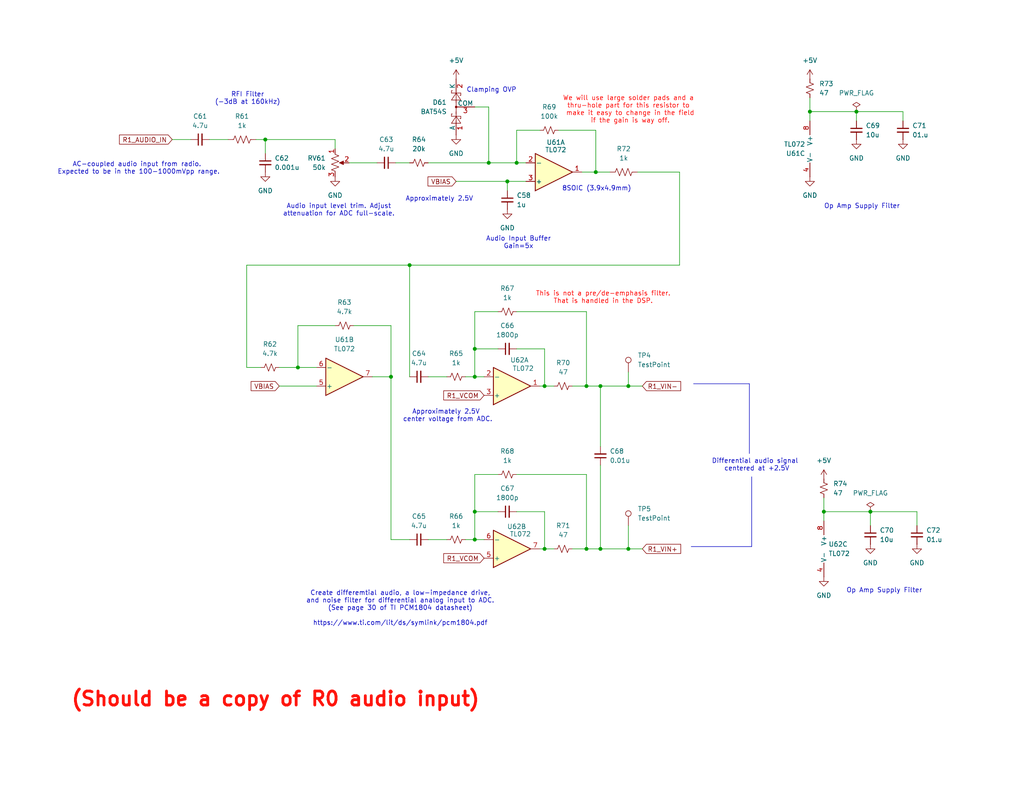
<source format=kicad_sch>
(kicad_sch (version 20250114) (generator "eeschema") (generator_version "9.0")
  (paper "USLetter")
  (title_block (title "Audio Input (Radio 1)") (date "2025-05-31") (rev "2") (company "Bruce MacKinnon KC1FSZ") (comment 1 "Copyright (C) Bruce MacKinnon, 2025") (comment 2 "NOT FOR COMMERCIAL USE"))
  (lib_symbols
    (symbol "Amplifier_Operational:TL072" (pin_names (offset 0.127))
      (property "Reference" "U" (at 0 5.08 0))
      (property "Value" "TL072" (at 0 -5.08 0))
      (symbol "TL072_1_1"
        (polyline (pts (xy -5.08 5.08) (xy 5.08 0) (xy -5.08 -5.08) (xy -5.08 5.08)) (stroke (width 0.254)) (fill (type background)))
        (pin input line (at -7.62 2.54 0) (length 2.54) (name "+") (number "3"))
        (pin input line (at -7.62 -2.54 0) (length 2.54) (name "-") (number "2"))
        (pin output line (at 7.62 0 180) (length 2.54) (name "~") (number "1"))
      )
      (symbol "TL072_2_1"
        (polyline (pts (xy -5.08 5.08) (xy 5.08 0) (xy -5.08 -5.08) (xy -5.08 5.08)) (stroke (width 0.254)) (fill (type background)))
        (pin input line (at -7.62 2.54 0) (length 2.54) (name "+") (number "5"))
        (pin input line (at -7.62 -2.54 0) (length 2.54) (name "-") (number "6"))
        (pin output line (at 7.62 0 180) (length 2.54) (name "~") (number "7"))
      )
      (symbol "TL072_3_1"
        (pin power_in line (at -2.54 7.62 270) (length 3.81) (name "V+") (number "8"))
        (pin power_in line (at -2.54 -7.62 90) (length 3.81) (name "V-") (number "4"))
      )
    )
    (symbol "Connector:TestPoint" (pin_numbers (hide yes)) (pin_names (offset 0.762) (hide yes))
      (property "Reference" "TP" (at 0 6.858 0))
      (property "Value" "TestPoint" (at 0 5.08 0))
      (symbol "TestPoint_0_1"
        (circle (center 0 3.302) (radius 0.762))
      )
      (symbol "TestPoint_1_1"
        (pin passive line (at 0 0 90) (length 2.54) (name "1") (number "1"))
      )
    )
    (symbol "Device:C_Small" (pin_numbers (hide yes)) (pin_names (offset 0.254) (hide yes))
      (property "Reference" "C" (at 0.254 1.778 0))
      (property "Value" "C_Small" (at 0.254 -2.032 0))
      (symbol "C_Small_0_1"
        (polyline (pts (xy -1.524 0.508) (xy 1.524 0.508)) (stroke (width 0.3048)))
        (polyline (pts (xy -1.524 -0.508) (xy 1.524 -0.508)) (stroke (width 0.3302)))
      )
      (symbol "C_Small_1_1"
        (pin passive line (at 0 2.54 270) (length 2.032) (name "~") (number "1"))
        (pin passive line (at 0 -2.54 90) (length 2.032) (name "~") (number "2"))
      )
    )
    (symbol "Device:R_Potentiometer_US" (pin_names (offset 1.016) (hide yes))
      (property "Reference" "RV" (at -4.445 0 90))
      (property "Value" "R_Potentiometer_US" (at -2.54 0 90))
      (symbol "R_Potentiometer_US_0_1"
        (polyline (pts (xy 0 2.54) (xy 0 2.286)))
        (polyline (pts (xy 0 2.286) (xy 1.016 1.905) (xy 0 1.524) (xy -1.016 1.143) (xy 0 0.762)))
        (polyline (pts (xy 0 0.762) (xy 1.016 0.381) (xy 0 0) (xy -1.016 -0.381) (xy 0 -0.762)))
        (polyline (pts (xy 0 -0.762) (xy 1.016 -1.143) (xy 0 -1.524) (xy -1.016 -1.905) (xy 0 -2.286)))
        (polyline (pts (xy 0 -2.286) (xy 0 -2.54)))
        (polyline (pts (xy 1.143 0) (xy 2.286 0.508) (xy 2.286 -0.508) (xy 1.143 0)) (fill (type outline)))
        (polyline (pts (xy 2.54 0) (xy 1.524 0)))
      )
      (symbol "R_Potentiometer_US_1_1"
        (pin passive line (at 0 3.81 270) (length 1.27) (name "1") (number "1"))
        (pin passive line (at 0 -3.81 90) (length 1.27) (name "3") (number "3"))
        (pin passive line (at 3.81 0 180) (length 1.27) (name "2") (number "2"))
      )
    )
    (symbol "Device:R_Small_US" (pin_numbers (hide yes)) (pin_names (offset 0.254) (hide yes))
      (property "Reference" "R" (at 0.762 0.508 0))
      (property "Value" "R_Small_US" (at 0.762 -1.016 0))
      (symbol "R_Small_US_1_1"
        (polyline (pts (xy 0 1.524) (xy 1.016 1.143) (xy 0 0.762) (xy -1.016 0.381) (xy 0 0)))
        (polyline (pts (xy 0 0) (xy 1.016 -0.381) (xy 0 -0.762) (xy -1.016 -1.143) (xy 0 -1.524)))
        (pin passive line (at 0 2.54 270) (length 1.016) (name "~") (number "1"))
        (pin passive line (at 0 -2.54 90) (length 1.016) (name "~") (number "2"))
      )
    )
    (symbol "Device:R_US" (pin_numbers (hide yes)) (pin_names (offset 0))
      (property "Reference" "R" (at 2.54 0 90))
      (property "Value" "R_US" (at -2.54 0 90))
      (symbol "R_US_0_1"
        (polyline (pts (xy 0 2.286) (xy 0 2.54)))
        (polyline (pts (xy 0 2.286) (xy 1.016 1.905) (xy 0 1.524) (xy -1.016 1.143) (xy 0 0.762)))
        (polyline (pts (xy 0 0.762) (xy 1.016 0.381) (xy 0 0) (xy -1.016 -0.381) (xy 0 -0.762)))
        (polyline (pts (xy 0 -0.762) (xy 1.016 -1.143) (xy 0 -1.524) (xy -1.016 -1.905) (xy 0 -2.286)))
        (polyline (pts (xy 0 -2.286) (xy 0 -2.54)))
      )
      (symbol "R_US_1_1"
        (pin passive line (at 0 3.81 270) (length 1.27) (name "~") (number "1"))
        (pin passive line (at 0 -3.81 90) (length 1.27) (name "~") (number "2"))
      )
    )
    (symbol "Diode:BAT54S" (pin_names (offset 0))
      (property "Reference" "D" (at 2.54 -5.08 0))
      (property "Value" "BAT54S" (at -6.35 3.175 0))
      (symbol "BAT54S_0_1"
        (polyline (pts (xy -4.445 1.27) (xy -4.445 -1.27) (xy -2.54 0) (xy -4.445 1.27)))
        (polyline (pts (xy -3.81 0) (xy -1.27 0)))
        (polyline (pts (xy -3.175 -1.27) (xy -3.175 -1.016)))
        (polyline (pts (xy -2.54 1.27) (xy -1.905 1.27)))
        (polyline (pts (xy -2.54 -1.27) (xy -3.175 -1.27)))
        (polyline (pts (xy -2.54 -1.27) (xy -2.54 1.27)))
        (polyline (pts (xy -1.905 1.27) (xy -1.905 1.016)))
        (polyline (pts (xy -1.905 0) (xy 1.905 0)))
        (circle (center 0 0) (radius 0.254) (fill (type outline)))
        (polyline (pts (xy 1.27 0) (xy 3.81 0)))
        (polyline (pts (xy 1.905 1.27) (xy 1.905 -1.27) (xy 3.81 0) (xy 1.905 1.27)))
        (polyline (pts (xy 3.175 -1.27) (xy 3.175 -1.016)))
        (polyline (pts (xy 3.81 1.27) (xy 4.445 1.27)))
        (polyline (pts (xy 3.81 -1.27) (xy 3.175 -1.27)))
        (polyline (pts (xy 3.81 -1.27) (xy 3.81 1.27)))
        (polyline (pts (xy 4.445 1.27) (xy 4.445 1.016)))
      )
      (symbol "BAT54S_1_1"
        (pin passive line (at -7.62 0 0) (length 3.81) (name "A") (number "1"))
        (pin passive line (at 0 -5.08 90) (length 5.08) (name "COM") (number "3"))
        (pin passive line (at 7.62 0 180) (length 3.81) (name "K") (number "2"))
      )
    )
    (symbol "power:+5V" (power) (pin_numbers (hide yes)) (pin_names (offset 0) (hide yes))
      (property "Value" "+5V" (at 0 3.556 0))
      (symbol "+5V_0_1"
        (polyline (pts (xy -0.762 1.27) (xy 0 2.54)))
        (polyline (pts (xy 0 2.54) (xy 0.762 1.27)))
        (polyline (pts (xy 0 0) (xy 0 2.54)))
      )
      (symbol "+5V_1_1"
        (pin power_in line (at 0 0 90) (length 0) (name "~") (number "1"))
      )
    )
    (symbol "power:GND" (power) (pin_numbers (hide yes)) (pin_names (offset 0) (hide yes))
      (property "Value" "GND" (at 0 -3.81 0))
      (symbol "GND_0_1"
        (polyline (pts (xy 0 0) (xy 0 -1.27) (xy 1.27 -1.27) (xy 0 -2.54) (xy -1.27 -1.27) (xy 0 -1.27)))
      )
      (symbol "GND_1_1"
        (pin power_in line (at 0 0 270) (length 0) (name "~") (number "1"))
      )
    )
    (symbol "power:PWR_FLAG" (power) (pin_numbers (hide yes)) (pin_names (offset 0) (hide yes))
      (property "Value" "PWR_FLAG" (at 0 3.81 0))
      (symbol "PWR_FLAG_0_0"
        (pin power_out line (at 0 0 90) (length 0) (name "~") (number "1"))
      )
      (symbol "PWR_FLAG_0_1"
        (polyline (pts (xy 0 0) (xy 0 1.27) (xy -1.016 1.905) (xy 0 2.54) (xy 1.016 1.905) (xy 0 1.27)))
      )
    )
  )
  (text "Audio input level trim. Adjust\nattenuation for ADC full-scale." (at 92.456 57.404 0) (effects (font (size 1.27 1.27))))
  (text "Approximately 2.5V\n" (at 119.888 54.356 0) (effects (font (size 1.27 1.27))))
  (text "This is not a pre/de-emphasis filter.\nThat is handled in the DSP." (at 164.592 81.28 0) (effects (font (size 1.27 1.27))))
  (text "Differential audio signal \ncentered at +2.5V" (at 206.502 127 0) (effects (font (size 1.27 1.27))))
  (text "Approximately 2.5V \ncenter voltage from ADC." (at 122.174 113.538 0) (effects (font (size 1.27 1.27))))
  (text "Create differemtial audio, a low-impedance drive,\nand noise filter for differential analog input to ADC.\n(See page 30 of TI PCM1804 datasheet)\n\nhttps://www.ti.com/lit/ds/symlink/pcm1804.pdf\n" (at 109.22 166.116 0) (effects (font (size 1.27 1.27))))
  (text "Op Amp Supply Filter" (at 235.204 56.388 0) (effects (font (size 1.27 1.27))))
  (text "Clamping OVP" (at 134.112 24.638 0) (effects (font (size 1.27 1.27))))
  (text "We will use large solder pads and a \nthru-hole part for this resistor to \nmake it easy to change in the field\nif the gain is way off." (at 171.958 29.972 0) (effects (font (size 1.27 1.27))))
  (text "RFI Filter\n(-3dB at 160kHz)" (at 67.564 26.924 0) (effects (font (size 1.27 1.27))))
  (text "Op Amp Supply Filter" (at 241.3 161.29 0) (effects (font (size 1.27 1.27))))
  (text "(Should be a copy of R0 audio input)" (at 75.184 191.008 0) (effects (font (size 3.81 3.81) (thickness 0.762) (bold yes))))
  (text "AC-coupled audio input from radio. \nExpected to be in the 100-1000mVpp range." (at 37.846 45.974 0) (effects (font (size 1.27 1.27))))
  (text "8SOIC (3.9x4.9mm)" (at 162.814 51.562 0) (effects (font (size 1.27 1.27))))
  (text "Audio Input Buffer\nGain=5x" (at 141.478 66.294 0) (effects (font (size 1.27 1.27))))
  (junction (at 111.76 72.39))
  (junction (at 171.45 105.41))
  (junction (at 129.54 147.32))
  (junction (at 140.97 44.45))
  (junction (at 162.56 46.99))
  (junction (at 224.79 139.7))
  (junction (at 72.39 38.1))
  (junction (at 129.54 139.7))
  (junction (at 129.54 95.25))
  (junction (at 237.49 139.7))
  (junction (at 160.02 149.86))
  (junction (at 133.35 44.45))
  (junction (at 160.02 105.41))
  (junction (at 148.59 149.86))
  (junction (at 138.43 49.53))
  (junction (at 129.54 102.87))
  (junction (at 233.68 30.48))
  (junction (at 220.98 30.48))
  (junction (at 163.83 149.86))
  (junction (at 148.59 105.41))
  (junction (at 106.68 102.87))
  (junction (at 171.45 149.86))
  (junction (at 81.28 100.33))
  (junction (at 163.83 105.41))
  (wire (pts (xy 57.15 38.1) (xy 62.23 38.1)))
  (wire (pts (xy 106.68 102.87) (xy 106.68 147.32)))
  (wire (pts (xy 69.85 38.1) (xy 72.39 38.1)))
  (wire (pts (xy 127 102.87) (xy 129.54 102.87)))
  (wire (pts (xy 171.45 143.51) (xy 171.45 149.86)))
  (wire (pts (xy 76.2 100.33) (xy 81.28 100.33)))
  (wire (pts (xy 148.59 105.41) (xy 151.13 105.41)))
  (wire (pts (xy 129.54 139.7) (xy 129.54 147.32)))
  (polyline (pts (xy 188.595 149.225) (xy 205.105 149.225)))
  (wire (pts (xy 171.45 101.6) (xy 171.45 105.41)))
  (wire (pts (xy 224.79 139.7) (xy 224.79 142.24)))
  (wire (pts (xy 171.45 105.41) (xy 175.26 105.41)))
  (wire (pts (xy 106.68 88.9) (xy 106.68 102.87)))
  (wire (pts (xy 81.28 88.9) (xy 81.28 100.33)))
  (wire (pts (xy 76.2 105.41) (xy 86.36 105.41)))
  (wire (pts (xy 72.39 38.1) (xy 91.44 38.1)))
  (wire (pts (xy 163.83 105.41) (xy 163.83 121.92)))
  (wire (pts (xy 107.95 44.45) (xy 111.76 44.45)))
  (wire (pts (xy 163.83 127) (xy 163.83 149.86)))
  (wire (pts (xy 250.19 139.7) (xy 250.19 143.51)))
  (wire (pts (xy 160.02 105.41) (xy 163.83 105.41)))
  (wire (pts (xy 127 147.32) (xy 129.54 147.32)))
  (wire (pts (xy 129.54 147.32) (xy 132.08 147.32)))
  (wire (pts (xy 129.54 85.09) (xy 129.54 95.25)))
  (wire (pts (xy 148.59 95.25) (xy 148.59 105.41)))
  (wire (pts (xy 101.6 102.87) (xy 106.68 102.87)))
  (wire (pts (xy 140.97 139.7) (xy 148.59 139.7)))
  (wire (pts (xy 67.31 72.39) (xy 67.31 100.33)))
  (polyline (pts (xy 189.23 104.775) (xy 204.47 104.775)))
  (wire (pts (xy 237.49 143.51) (xy 237.49 139.7)))
  (wire (pts (xy 140.97 44.45) (xy 143.51 44.45)))
  (wire (pts (xy 160.02 149.86) (xy 163.83 149.86)))
  (wire (pts (xy 91.44 38.1) (xy 91.44 40.64)))
  (wire (pts (xy 246.38 33.02) (xy 246.38 30.48)))
  (wire (pts (xy 111.76 72.39) (xy 111.76 102.87)))
  (wire (pts (xy 111.76 72.39) (xy 67.31 72.39)))
  (wire (pts (xy 158.75 46.99) (xy 162.56 46.99)))
  (wire (pts (xy 129.54 139.7) (xy 135.89 139.7)))
  (wire (pts (xy 106.68 147.32) (xy 111.76 147.32)))
  (wire (pts (xy 148.59 149.86) (xy 151.13 149.86)))
  (wire (pts (xy 233.68 33.02) (xy 233.68 30.48)))
  (polyline (pts (xy 205.105 130.175) (xy 205.105 149.225)))
  (wire (pts (xy 220.98 30.48) (xy 233.68 30.48)))
  (wire (pts (xy 147.32 149.86) (xy 148.59 149.86)))
  (wire (pts (xy 72.39 38.1) (xy 72.39 41.91)))
  (wire (pts (xy 129.54 129.54) (xy 129.54 139.7)))
  (polyline (pts (xy 204.47 104.775) (xy 204.47 123.825)))
  (wire (pts (xy 116.84 102.87) (xy 121.92 102.87)))
  (wire (pts (xy 140.97 85.09) (xy 160.02 85.09)))
  (wire (pts (xy 160.02 129.54) (xy 160.02 149.86)))
  (wire (pts (xy 224.79 139.7) (xy 237.49 139.7)))
  (wire (pts (xy 163.83 105.41) (xy 171.45 105.41)))
  (wire (pts (xy 163.83 149.86) (xy 171.45 149.86)))
  (wire (pts (xy 140.97 95.25) (xy 148.59 95.25)))
  (wire (pts (xy 116.84 44.45) (xy 133.35 44.45)))
  (wire (pts (xy 140.97 35.56) (xy 147.32 35.56)))
  (wire (pts (xy 185.42 46.99) (xy 185.42 72.39)))
  (wire (pts (xy 133.35 44.45) (xy 140.97 44.45)))
  (wire (pts (xy 152.4 35.56) (xy 162.56 35.56)))
  (wire (pts (xy 124.46 49.53) (xy 138.43 49.53)))
  (wire (pts (xy 138.43 49.53) (xy 143.51 49.53)))
  (wire (pts (xy 162.56 35.56) (xy 162.56 46.99)))
  (wire (pts (xy 246.38 30.48) (xy 233.68 30.48)))
  (wire (pts (xy 46.99 38.1) (xy 52.07 38.1)))
  (wire (pts (xy 156.21 105.41) (xy 160.02 105.41)))
  (wire (pts (xy 129.54 102.87) (xy 132.08 102.87)))
  (wire (pts (xy 220.98 30.48) (xy 220.98 33.02)))
  (wire (pts (xy 129.54 129.54) (xy 135.89 129.54)))
  (wire (pts (xy 129.54 95.25) (xy 129.54 102.87)))
  (wire (pts (xy 116.84 147.32) (xy 121.92 147.32)))
  (wire (pts (xy 129.54 85.09) (xy 135.89 85.09)))
  (wire (pts (xy 133.35 29.21) (xy 133.35 44.45)))
  (wire (pts (xy 237.49 139.7) (xy 250.19 139.7)))
  (wire (pts (xy 81.28 100.33) (xy 86.36 100.33)))
  (wire (pts (xy 129.54 29.21) (xy 133.35 29.21)))
  (wire (pts (xy 147.32 105.41) (xy 148.59 105.41)))
  (wire (pts (xy 96.52 88.9) (xy 106.68 88.9)))
  (wire (pts (xy 173.99 46.99) (xy 185.42 46.99)))
  (wire (pts (xy 67.31 100.33) (xy 71.12 100.33)))
  (wire (pts (xy 140.97 35.56) (xy 140.97 44.45)))
  (wire (pts (xy 129.54 95.25) (xy 135.89 95.25)))
  (wire (pts (xy 91.44 88.9) (xy 81.28 88.9)))
  (wire (pts (xy 224.79 135.89) (xy 224.79 139.7)))
  (wire (pts (xy 185.42 72.39) (xy 111.76 72.39)))
  (wire (pts (xy 171.45 149.86) (xy 175.26 149.86)))
  (wire (pts (xy 162.56 46.99) (xy 166.37 46.99)))
  (wire (pts (xy 160.02 85.09) (xy 160.02 105.41)))
  (wire (pts (xy 156.21 149.86) (xy 160.02 149.86)))
  (wire (pts (xy 148.59 139.7) (xy 148.59 149.86)))
  (wire (pts (xy 220.98 26.67) (xy 220.98 30.48)))
  (wire (pts (xy 140.97 129.54) (xy 160.02 129.54)))
  (wire (pts (xy 95.25 44.45) (xy 102.87 44.45)))
  (wire (pts (xy 138.43 49.53) (xy 138.43 52.07)))
  (global_label "R1_AUDIO_IN" (shape input) (at 46.99 38.1 180) (property "Intersheetrefs" "${INTERSHEET_REFS}" (effects (hide yes))))
  (global_label "R1_VIN+" (shape input) (at 175.26 149.86 0) (property "Intersheetrefs" "${INTERSHEET_REFS}" (effects (hide yes))))
  (global_label "R1_VIN-" (shape input) (at 175.26 105.41 0) (property "Intersheetrefs" "${INTERSHEET_REFS}" (effects (hide yes))))
  (global_label "R1_VCOM" (shape input) (at 132.08 152.4 180) (property "Intersheetrefs" "${INTERSHEET_REFS}" (effects (hide yes))))
  (global_label "VBIAS" (shape input) (at 76.2 105.41 180) (property "Intersheetrefs" "${INTERSHEET_REFS}" (effects (hide yes))))
  (global_label "R1_VCOM" (shape input) (at 132.08 107.95 180) (property "Intersheetrefs" "${INTERSHEET_REFS}" (effects (hide yes))))
  (global_label "VBIAS" (shape input) (at 124.46 49.53 180) (property "Intersheetrefs" "${INTERSHEET_REFS}" (effects (hide yes))))
  (symbol (lib_id "Device:C_Small") (at 163.83 124.46 180) (unit 1)
    (property "Reference" "C68" (at 166.37 123.1835 0) (effects (justify right)))
    (property "Value" "0.01u" (at 166.37 125.7235 0) (effects (justify right)))
    (property "Footprint" "Capacitor_SMD:C_0805_2012Metric_Pad1.18x1.45mm_HandSolder" (effects (hide yes)))
    (property "Description" "Unpolarized capacitor, small symbol" (effects (hide yes)))
  )
  (symbol (lib_id "Device:C_Small") (at 114.3 102.87 90) (unit 1)
    (property "Reference" "C64" (at 114.3063 96.52 90))
    (property "Value" "4.7u" (at 114.3063 99.06 90))
    (property "Footprint" "Capacitor_SMD:C_0805_2012Metric_Pad1.18x1.45mm_HandSolder" (effects (hide yes)))
    (property "Description" "Unpolarized capacitor, small symbol" (effects (hide yes)))
  )
  (symbol (lib_id "Device:C_Small") (at 246.38 35.56 0) (unit 1)
    (property "Reference" "C71" (at 248.92 34.2962 0) (effects (justify left)))
    (property "Value" "01.u" (at 248.92 36.8362 0) (effects (justify left)))
    (property "Footprint" "Capacitor_SMD:C_0805_2012Metric_Pad1.18x1.45mm_HandSolder" (effects (hide yes)))
    (property "Description" "Unpolarized capacitor, small symbol" (effects (hide yes)))
  )
  (symbol (lib_id "Device:C_Small") (at 237.49 146.05 0) (unit 1)
    (property "Reference" "C70" (at 240.03 144.7862 0) (effects (justify left)))
    (property "Value" "10u" (at 240.03 147.3262 0) (effects (justify left)))
    (property "Footprint" "Capacitor_SMD:C_0805_2012Metric_Pad1.18x1.45mm_HandSolder" (effects (hide yes)))
    (property "Description" "Unpolarized capacitor, small symbol" (effects (hide yes)))
  )
  (symbol (lib_id "Device:R_Small_US") (at 224.79 133.35 0) (unit 1)
    (property "Reference" "R74" (at 227.33 132.0799 0) (effects (justify left)))
    (property "Value" "47" (at 227.33 134.6199 0) (effects (justify left)))
    (property "Footprint" "Resistor_SMD:R_0805_2012Metric_Pad1.20x1.40mm_HandSolder" (effects (hide yes)))
    (property "Description" "Resistor, small US symbol" (effects (hide yes)))
  )
  (symbol (lib_id "power:GND") (at 138.43 57.15 0) (unit 1)
    (property "Reference" "#PWR0158" (effects (hide yes)))
    (property "Value" "GND" (at 138.43 62.23 0))
    (property "Description" "Power symbol creates a global label with name \"GND\" , ground" (effects (hide yes)))
  )
  (symbol (lib_id "power:GND") (at 220.98 48.26 0) (unit 1)
    (property "Reference" "#PWR0129" (effects (hide yes)))
    (property "Value" "GND" (at 220.98 53.34 0))
    (property "Description" "Power symbol creates a global label with name \"GND\" , ground" (effects (hide yes)))
  )
  (symbol (lib_id "Amplifier_Operational:TL072") (at 93.98 102.87 0) (mirror x) (unit 2)
    (property "Reference" "U61" (at 93.98 92.71 0))
    (property "Value" "TL072" (at 93.98 95.25 0))
    (property "Footprint" "Package_SO:SOIC-8_3.9x4.9mm_P1.27mm" (effects (hide yes)))
    (property "Datasheet" "http://www.ti.com/lit/ds/symlink/tl071.pdf" (effects (hide yes)))
    (property "Description" "Dual Low-Noise JFET-Input Operational Amplifiers, DIP-8/SOIC-8" (effects (hide yes)))
  )
  (symbol (lib_id "Device:R_Small_US") (at 138.43 85.09 90) (unit 1)
    (property "Reference" "R67" (at 138.43 78.74 90))
    (property "Value" "1k" (at 138.43 81.28 90))
    (property "Footprint" "Resistor_SMD:R_0805_2012Metric_Pad1.20x1.40mm_HandSolder" (effects (hide yes)))
    (property "Description" "Resistor, small US symbol" (effects (hide yes)))
  )
  (symbol (lib_id "power:GND") (at 246.38 38.1 0) (unit 1)
    (property "Reference" "#PWR0134" (effects (hide yes)))
    (property "Value" "GND" (at 246.38 43.18 0))
    (property "Description" "Power symbol creates a global label with name \"GND\" , ground" (effects (hide yes)))
  )
  (symbol (lib_id "power:GND") (at 124.46 36.83 0) (unit 1)
    (property "Reference" "#PWR0127" (effects (hide yes)))
    (property "Value" "GND" (at 124.46 41.91 0))
    (property "Description" "Power symbol creates a global label with name \"GND\" , ground" (effects (hide yes)))
  )
  (symbol (lib_id "Device:R_Small_US") (at 149.86 35.56 90) (unit 1)
    (property "Reference" "R69" (at 149.86 29.21 90))
    (property "Value" "100k" (at 149.86 31.75 90))
    (property "Footprint" "Resistor_SMD:R_0805_2012Metric_Pad1.20x1.40mm_HandSolder" (effects (hide yes)))
    (property "Description" "Resistor, small US symbol" (effects (hide yes)))
  )
  (symbol (lib_id "Device:C_Small") (at 138.43 95.25 90) (unit 1)
    (property "Reference" "C66" (at 138.4363 88.9 90))
    (property "Value" "1800p" (at 138.4363 91.44 90))
    (property "Footprint" "Capacitor_SMD:C_0805_2012Metric_Pad1.18x1.45mm_HandSolder" (effects (hide yes)))
    (property "Description" "Unpolarized capacitor, small symbol" (effects (hide yes)))
  )
  (symbol (lib_id "Device:R_Small_US") (at 153.67 149.86 90) (unit 1)
    (property "Reference" "R71" (at 153.67 143.51 90))
    (property "Value" "47" (at 153.67 146.05 90))
    (property "Footprint" "Resistor_SMD:R_0805_2012Metric_Pad1.20x1.40mm_HandSolder" (effects (hide yes)))
    (property "Description" "Resistor, small US symbol" (effects (hide yes)))
  )
  (symbol (lib_id "power:+5V") (at 220.98 21.59 0) (unit 1)
    (property "Reference" "#PWR0128" (effects (hide yes)))
    (property "Value" "+5V" (at 220.98 16.51 0))
    (property "Description" "Power symbol creates a global label with name \"+5V\"" (effects (hide yes)))
  )
  (symbol (lib_id "power:GND") (at 72.39 46.99 0) (unit 1)
    (property "Reference" "#PWR0124" (effects (hide yes)))
    (property "Value" "GND" (at 72.39 52.07 0))
    (property "Description" "Power symbol creates a global label with name \"GND\" , ground" (effects (hide yes)))
  )
  (symbol (lib_id "Device:R_Small_US") (at 220.98 24.13 0) (unit 1)
    (property "Reference" "R73" (at 223.52 22.8599 0) (effects (justify left)))
    (property "Value" "47" (at 223.52 25.3999 0) (effects (justify left)))
    (property "Footprint" "Resistor_SMD:R_0805_2012Metric_Pad1.20x1.40mm_HandSolder" (effects (hide yes)))
    (property "Description" "Resistor, small US symbol" (effects (hide yes)))
  )
  (symbol (lib_id "Device:C_Small") (at 105.41 44.45 270) (unit 1)
    (property "Reference" "C63" (at 105.4036 38.1 90))
    (property "Value" "4.7u" (at 105.4036 40.64 90))
    (property "Footprint" "Capacitor_SMD:C_0805_2012Metric_Pad1.18x1.45mm_HandSolder" (effects (hide yes)))
    (property "Description" "Unpolarized capacitor, small symbol" (effects (hide yes)))
  )
  (symbol (lib_id "power:PWR_FLAG") (at 233.68 30.48 0) (unit 1)
    (property "Reference" "#FLG061" (effects (hide yes)))
    (property "Value" "PWR_FLAG" (at 233.68 25.4 0))
    (property "Description" "Special symbol for telling ERC where power comes from" (effects (hide yes)))
  )
  (symbol (lib_id "Device:C_Small") (at 54.61 38.1 90) (unit 1)
    (property "Reference" "C61" (at 54.6163 31.75 90))
    (property "Value" "4.7u" (at 54.6163 34.29 90))
    (property "Footprint" "Capacitor_SMD:C_0805_2012Metric_Pad1.18x1.45mm_HandSolder" (effects (hide yes)))
    (property "Description" "Unpolarized capacitor, small symbol" (effects (hide yes)))
  )
  (symbol (lib_id "Amplifier_Operational:TL072") (at 139.7 149.86 0) (mirror x) (unit 2)
    (property "Reference" "U62" (at 140.97 143.764 0))
    (property "Value" "TL072" (at 141.986 145.796 0))
    (property "Footprint" "Package_SO:SOIC-8_3.9x4.9mm_P1.27mm" (effects (hide yes)))
    (property "Datasheet" "http://www.ti.com/lit/ds/symlink/tl071.pdf" (effects (hide yes)))
    (property "Description" "Dual Low-Noise JFET-Input Operational Amplifiers, DIP-8/SOIC-8" (effects (hide yes)))
  )
  (symbol (lib_id "Device:C_Small") (at 233.68 35.56 0) (unit 1)
    (property "Reference" "C69" (at 236.22 34.2962 0) (effects (justify left)))
    (property "Value" "10u" (at 236.22 36.8362 0) (effects (justify left)))
    (property "Footprint" "Capacitor_SMD:C_0805_2012Metric_Pad1.18x1.45mm_HandSolder" (effects (hide yes)))
    (property "Description" "Unpolarized capacitor, small symbol" (effects (hide yes)))
  )
  (symbol (lib_id "Device:R_Small_US") (at 114.3 44.45 90) (unit 1)
    (property "Reference" "R64" (at 114.3 38.1 90))
    (property "Value" "20k" (at 114.3 40.64 90))
    (property "Footprint" "Resistor_SMD:R_0805_2012Metric_Pad1.20x1.40mm_HandSolder" (effects (hide yes)))
    (property "Description" "Resistor, small US symbol" (effects (hide yes)))
  )
  (symbol (lib_id "Connector:TestPoint") (at 171.45 143.51 0) (unit 1)
    (property "Reference" "TP5" (at 173.99 138.9379 0) (effects (justify left)))
    (property "Value" "TestPoint" (at 173.99 141.4779 0) (effects (justify left)))
    (property "Footprint" "TestPoint:TestPoint_Pad_2.5x2.5mm" (effects (hide yes)))
    (property "Description" "test point" (effects (hide yes)))
  )
  (symbol (lib_id "Device:R_Small_US") (at 138.43 129.54 90) (unit 1)
    (property "Reference" "R68" (at 138.43 123.19 90))
    (property "Value" "1k" (at 138.43 125.73 90))
    (property "Footprint" "Resistor_SMD:R_0805_2012Metric_Pad1.20x1.40mm_HandSolder" (effects (hide yes)))
    (property "Description" "Resistor, small US symbol" (effects (hide yes)))
  )
  (symbol (lib_id "power:GND") (at 233.68 38.1 0) (unit 1)
    (property "Reference" "#PWR0132" (effects (hide yes)))
    (property "Value" "GND" (at 233.68 43.18 0))
    (property "Description" "Power symbol creates a global label with name \"GND\" , ground" (effects (hide yes)))
  )
  (symbol (lib_id "Device:R_US") (at 66.04 38.1 90) (unit 1)
    (property "Reference" "R61" (at 66.04 31.75 90))
    (property "Value" "1k" (at 66.04 34.29 90))
    (property "Footprint" "Resistor_SMD:R_0805_2012Metric_Pad1.20x1.40mm_HandSolder" (effects (hide yes)))
    (property "Description" "Resistor, US symbol" (effects (hide yes)))
  )
  (symbol (lib_id "power:GND") (at 237.49 148.59 0) (unit 1)
    (property "Reference" "#PWR0133" (effects (hide yes)))
    (property "Value" "GND" (at 237.49 153.67 0))
    (property "Description" "Power symbol creates a global label with name \"GND\" , ground" (effects (hide yes)))
  )
  (symbol (lib_id "power:+5V") (at 224.79 130.81 0) (unit 1)
    (property "Reference" "#PWR0130" (effects (hide yes)))
    (property "Value" "+5V" (at 224.79 125.73 0))
    (property "Description" "Power symbol creates a global label with name \"+5V\"" (effects (hide yes)))
  )
  (symbol (lib_id "Device:C_Small") (at 138.43 139.7 90) (unit 1)
    (property "Reference" "C67" (at 138.4363 133.35 90))
    (property "Value" "1800p" (at 138.4363 135.89 90))
    (property "Footprint" "Capacitor_SMD:C_0805_2012Metric_Pad1.18x1.45mm_HandSolder" (effects (hide yes)))
    (property "Description" "Unpolarized capacitor, small symbol" (effects (hide yes)))
  )
  (symbol (lib_id "Device:R_Small_US") (at 153.67 105.41 90) (unit 1)
    (property "Reference" "R70" (at 153.67 99.06 90))
    (property "Value" "47" (at 153.67 101.6 90))
    (property "Footprint" "Resistor_SMD:R_0805_2012Metric_Pad1.20x1.40mm_HandSolder" (effects (hide yes)))
    (property "Description" "Resistor, small US symbol" (effects (hide yes)))
  )
  (symbol (lib_id "Device:R_Small_US") (at 124.46 102.87 90) (unit 1)
    (property "Reference" "R65" (at 124.46 96.52 90))
    (property "Value" "1k" (at 124.46 99.06 90))
    (property "Footprint" "Resistor_SMD:R_0805_2012Metric_Pad1.20x1.40mm_HandSolder" (effects (hide yes)))
    (property "Description" "Resistor, small US symbol" (effects (hide yes)))
  )
  (symbol (lib_id "Device:R_US") (at 170.18 46.99 90) (unit 1)
    (property "Reference" "R72" (at 170.18 40.64 90))
    (property "Value" "1k" (at 170.18 43.18 90))
    (property "Footprint" "Resistor_SMD:R_0805_2012Metric_Pad1.20x1.40mm_HandSolder" (effects (hide yes)))
    (property "Description" "Resistor, US symbol" (effects (hide yes)))
  )
  (symbol (lib_id "Amplifier_Operational:TL072") (at 139.7 105.41 0) (mirror x) (unit 1)
    (property "Reference" "U62" (at 141.732 98.298 0))
    (property "Value" "TL072" (at 142.748 100.584 0))
    (property "Footprint" "Package_SO:SOIC-8_3.9x4.9mm_P1.27mm" (effects (hide yes)))
    (property "Datasheet" "http://www.ti.com/lit/ds/symlink/tl071.pdf" (effects (hide yes)))
    (property "Description" "Dual Low-Noise JFET-Input Operational Amplifiers, DIP-8/SOIC-8" (effects (hide yes)))
  )
  (symbol (lib_id "Device:C_Small") (at 250.19 146.05 0) (unit 1)
    (property "Reference" "C72" (at 252.73 144.7862 0) (effects (justify left)))
    (property "Value" "01.u" (at 252.73 147.3262 0) (effects (justify left)))
    (property "Footprint" "Capacitor_SMD:C_0805_2012Metric_Pad1.18x1.45mm_HandSolder" (effects (hide yes)))
    (property "Description" "Unpolarized capacitor, small symbol" (effects (hide yes)))
  )
  (symbol (lib_id "Diode:BAT54S") (at 124.46 29.21 90) (unit 1)
    (property "Reference" "D61" (at 121.92 27.9399 90) (effects (justify left)))
    (property "Value" "BAT54S" (at 121.92 30.4799 90) (effects (justify left)))
    (property "Footprint" "Package_TO_SOT_SMD:SOT-23" (effects (hide yes)))
    (property "Datasheet" "https://www.diodes.com/assets/Datasheets/ds11005.pdf" (effects (hide yes)))
    (property "Description" "Vr 30V, If 200mA, Dual schottky barrier diode, in series, SOT-323" (effects (hide yes)))
  )
  (symbol (lib_id "Device:R_Small_US") (at 93.98 88.9 90) (unit 1)
    (property "Reference" "R63" (at 93.98 82.55 90))
    (property "Value" "4.7k" (at 93.98 85.09 90))
    (property "Footprint" "Resistor_SMD:R_0805_2012Metric_Pad1.20x1.40mm_HandSolder" (effects (hide yes)))
    (property "Description" "Resistor, small US symbol" (effects (hide yes)))
  )
  (symbol (lib_id "Device:C_Small") (at 72.39 44.45 0) (unit 1)
    (property "Reference" "C62" (at 74.93 43.1862 0) (effects (justify left)))
    (property "Value" "0.001u" (at 74.93 45.7262 0) (effects (justify left)))
    (property "Footprint" "Capacitor_SMD:C_0805_2012Metric_Pad1.18x1.45mm_HandSolder" (effects (hide yes)))
    (property "Description" "Unpolarized capacitor, small symbol" (effects (hide yes)))
  )
  (symbol (lib_id "Amplifier_Operational:TL072") (at 151.13 46.99 0) (mirror x) (unit 1)
    (property "Reference" "U61" (at 151.638 38.862 0))
    (property "Value" "TL072" (at 151.638 40.894 0))
    (property "Footprint" "Package_SO:SOIC-8_3.9x4.9mm_P1.27mm" (effects (hide yes)))
    (property "Datasheet" "http://www.ti.com/lit/ds/symlink/tl071.pdf" (effects (hide yes)))
    (property "Description" "Dual Low-Noise JFET-Input Operational Amplifiers, DIP-8/SOIC-8" (effects (hide yes)))
  )
  (symbol (lib_id "Connector:TestPoint") (at 171.45 101.6 0) (unit 1)
    (property "Reference" "TP4" (at 173.99 97.0279 0) (effects (justify left)))
    (property "Value" "TestPoint" (at 173.99 99.5679 0) (effects (justify left)))
    (property "Footprint" "TestPoint:TestPoint_Pad_2.5x2.5mm" (effects (hide yes)))
    (property "Description" "test point" (effects (hide yes)))
  )
  (symbol (lib_id "Device:R_Small_US") (at 124.46 147.32 90) (unit 1)
    (property "Reference" "R66" (at 124.46 140.97 90))
    (property "Value" "1k" (at 124.46 143.51 90))
    (property "Footprint" "Resistor_SMD:R_0805_2012Metric_Pad1.20x1.40mm_HandSolder" (effects (hide yes)))
    (property "Description" "Resistor, small US symbol" (effects (hide yes)))
  )
  (symbol (lib_id "Device:R_Small_US") (at 73.66 100.33 90) (unit 1)
    (property "Reference" "R62" (at 73.66 93.98 90))
    (property "Value" "4.7k" (at 73.66 96.52 90))
    (property "Footprint" "Resistor_SMD:R_0805_2012Metric_Pad1.20x1.40mm_HandSolder" (effects (hide yes)))
    (property "Description" "Resistor, small US symbol" (effects (hide yes)))
  )
  (symbol (lib_id "power:GND") (at 91.44 48.26 0) (unit 1)
    (property "Reference" "#PWR0125" (effects (hide yes)))
    (property "Value" "GND" (at 91.44 53.34 0))
    (property "Description" "Power symbol creates a global label with name \"GND\" , ground" (effects (hide yes)))
  )
  (symbol (lib_id "power:GND") (at 224.79 157.48 0) (unit 1)
    (property "Reference" "#PWR0131" (effects (hide yes)))
    (property "Value" "GND" (at 224.79 162.56 0))
    (property "Description" "Power symbol creates a global label with name \"GND\" , ground" (effects (hide yes)))
  )
  (symbol (lib_id "power:PWR_FLAG") (at 237.49 139.7 0) (unit 1)
    (property "Reference" "#FLG062" (effects (hide yes)))
    (property "Value" "PWR_FLAG" (at 237.49 134.62 0))
    (property "Description" "Special symbol for telling ERC where power comes from" (effects (hide yes)))
  )
  (symbol (lib_id "power:+5V") (at 124.46 21.59 0) (unit 1)
    (property "Reference" "#PWR0126" (effects (hide yes)))
    (property "Value" "+5V" (at 124.46 16.51 0))
    (property "Description" "Power symbol creates a global label with name \"+5V\"" (effects (hide yes)))
  )
  (symbol (lib_id "power:GND") (at 250.19 148.59 0) (unit 1)
    (property "Reference" "#PWR0135" (effects (hide yes)))
    (property "Value" "GND" (at 250.19 153.67 0))
    (property "Description" "Power symbol creates a global label with name \"GND\" , ground" (effects (hide yes)))
  )
  (symbol (lib_id "Amplifier_Operational:TL072") (at 223.52 40.64 0) (unit 3)
    (property "Reference" "U61" (at 219.71 41.9101 0) (effects (justify right)))
    (property "Value" "TL072" (at 219.71 39.3701 0) (effects (justify right)))
    (property "Footprint" "Package_SO:SOIC-8_3.9x4.9mm_P1.27mm" (effects (hide yes)))
    (property "Datasheet" "http://www.ti.com/lit/ds/symlink/tl071.pdf" (effects (hide yes)))
    (property "Description" "Dual Low-Noise JFET-Input Operational Amplifiers, DIP-8/SOIC-8" (effects (hide yes)))
  )
  (symbol (lib_id "Device:R_Potentiometer_US") (at 91.44 44.45 0) (unit 1)
    (property "Reference" "RV61" (at 88.9 43.1799 0) (effects (justify right)))
    (property "Value" "50k" (at 88.9 45.7199 0) (effects (justify right)))
    (property "Footprint" "bruce-footprints:POT_3362P" (effects (hide yes)))
    (property "Description" "Potentiometer, US symbol" (effects (hide yes)))
  )
  (symbol (lib_id "Device:C_Small") (at 138.43 54.61 0) (unit 1)
    (property "Reference" "C58" (at 140.97 53.3462 0) (effects (justify left)))
    (property "Value" "1u" (at 140.97 55.8862 0) (effects (justify left)))
    (property "Footprint" "Capacitor_SMD:C_0805_2012Metric_Pad1.18x1.45mm_HandSolder" (effects (hide yes)))
    (property "Description" "Unpolarized capacitor, small symbol" (effects (hide yes)))
  )
  (symbol (lib_id "Device:C_Small") (at 114.3 147.32 90) (unit 1)
    (property "Reference" "C65" (at 114.3063 140.97 90))
    (property "Value" "4.7u" (at 114.3063 143.51 90))
    (property "Footprint" "Capacitor_SMD:C_0805_2012Metric_Pad1.18x1.45mm_HandSolder" (effects (hide yes)))
    (property "Description" "Unpolarized capacitor, small symbol" (effects (hide yes)))
  )
  (symbol (lib_id "Amplifier_Operational:TL072") (at 227.33 149.86 0) (unit 3)
    (property "Reference" "U62" (at 226.06 148.5899 0) (effects (justify left)))
    (property "Value" "TL072" (at 226.06 151.1299 0) (effects (justify left)))
    (property "Footprint" "Package_SO:SOIC-8_3.9x4.9mm_P1.27mm" (effects (hide yes)))
    (property "Datasheet" "http://www.ti.com/lit/ds/symlink/tl071.pdf" (effects (hide yes)))
    (property "Description" "Dual Low-Noise JFET-Input Operational Amplifiers, DIP-8/SOIC-8" (effects (hide yes)))
  )
)
</source>
